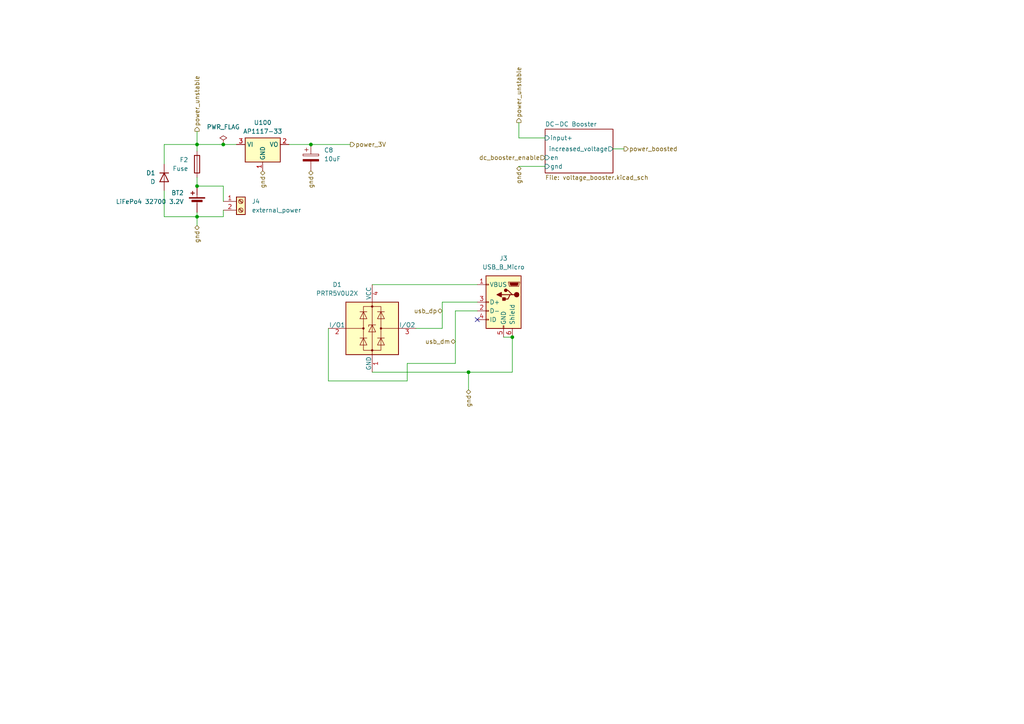
<source format=kicad_sch>
(kicad_sch (version 20230121) (generator eeschema)
  (paper "A4")
  (lib_symbols
    (symbol "Connector:Screw_Terminal_01x02" (pin_names (offset 1.016) hide)
      (property "Reference" "J" (at 0 2.54 0))
      (property "Value" "Screw_Terminal_01x02" (at 0 -5.08 0))
      (symbol "Screw_Terminal_01x02_1_1"
        (rectangle (start -1.27 1.27) (end 1.27 -3.81) (stroke (width 0.254)) (fill (type background)))
        (circle (center 0 -2.54) (radius 0.635) (stroke (width 0.1524)))
        (polyline (pts (xy -0.5334 -2.2098) (xy 0.3302 -3.048)) (stroke (width 0.1524)))
        (polyline (pts (xy -0.5334 0.3302) (xy 0.3302 -0.508)) (stroke (width 0.1524)))
        (polyline (pts (xy -0.3556 -2.032) (xy 0.508 -2.8702)) (stroke (width 0.1524)))
        (polyline (pts (xy -0.3556 0.508) (xy 0.508 -0.3302)) (stroke (width 0.1524)))
        (circle (center 0 0) (radius 0.635) (stroke (width 0.1524)))
        (pin passive line (at -5.08 0 0) (length 3.81) (name "Pin_1") (number "1"))
        (pin passive line (at -5.08 -2.54 0) (length 3.81) (name "Pin_2") (number "2"))
      )
    )
    (symbol "Connector:USB_B_Micro" (pin_names (offset 1.016))
      (property "Reference" "J" (at -5.08 11.43 0))
      (property "Value" "USB_B_Micro" (at -5.08 8.89 0))
      (symbol "USB_B_Micro_0_1"
        (rectangle (start -5.08 -7.62) (end 5.08 7.62) (stroke (width 0.254)) (fill (type background)))
        (circle (center -3.81 2.159) (radius 0.635) (stroke (width 0.254)) (fill (type outline)))
        (circle (center -0.635 3.429) (radius 0.381) (stroke (width 0.254)) (fill (type outline)))
        (rectangle (start -0.127 -7.62) (end 0.127 -6.858))
        (polyline (pts (xy -1.905 2.159) (xy 0.635 2.159)) (stroke (width 0.254)))
        (polyline (pts (xy -3.175 2.159) (xy -2.54 2.159) (xy -1.27 3.429) (xy -0.635 3.429)) (stroke (width 0.254)))
        (polyline (pts (xy -2.54 2.159) (xy -1.905 2.159) (xy -1.27 0.889) (xy 0 0.889)) (stroke (width 0.254)))
        (polyline (pts (xy 0.635 2.794) (xy 0.635 1.524) (xy 1.905 2.159) (xy 0.635 2.794)) (stroke (width 0.254)) (fill (type outline)))
        (polyline (pts (xy -4.318 5.588) (xy -1.778 5.588) (xy -2.032 4.826) (xy -4.064 4.826) (xy -4.318 5.588)) (fill (type outline)))
        (polyline (pts (xy -4.699 5.842) (xy -4.699 5.588) (xy -4.445 4.826) (xy -4.445 4.572) (xy -1.651 4.572) (xy -1.651 4.826) (xy -1.397 5.588) (xy -1.397 5.842) (xy -4.699 5.842)))
        (rectangle (start 0.254 1.27) (end -0.508 0.508) (stroke (width 0.254)) (fill (type outline)))
        (rectangle (start 5.08 -5.207) (end 4.318 -4.953))
        (rectangle (start 5.08 -2.667) (end 4.318 -2.413))
        (rectangle (start 5.08 -0.127) (end 4.318 0.127))
        (rectangle (start 5.08 4.953) (end 4.318 5.207))
      )
      (symbol "USB_B_Micro_1_1"
        (pin power_out line (at 7.62 5.08 180) (length 2.54) (name "VBUS") (number "1"))
        (pin bidirectional line (at 7.62 -2.54 180) (length 2.54) (name "D-") (number "2"))
        (pin bidirectional line (at 7.62 0 180) (length 2.54) (name "D+") (number "3"))
        (pin passive line (at 7.62 -5.08 180) (length 2.54) (name "ID") (number "4"))
        (pin power_out line (at 0 -10.16 90) (length 2.54) (name "GND") (number "5"))
        (pin passive line (at -2.54 -10.16 90) (length 2.54) (name "Shield") (number "6"))
      )
    )
    (symbol "Device:Battery_Cell" (pin_numbers hide) (pin_names (offset 0) hide)
      (property "Reference" "BT" (at 2.54 2.54 0))
      (property "Value" "Battery_Cell" (at 2.54 0 0))
      (symbol "Battery_Cell_0_1"
        (rectangle (start -2.286 1.778) (end 2.286 1.524) (fill (type outline)))
        (rectangle (start -1.524 1.016) (end 1.524 0.508) (fill (type outline)))
        (polyline (pts (xy 0 0.762) (xy 0 0)))
        (polyline (pts (xy 0 1.778) (xy 0 2.54)))
        (polyline (pts (xy 0.762 3.048) (xy 1.778 3.048)) (stroke (width 0.254)))
        (polyline (pts (xy 1.27 3.556) (xy 1.27 2.54)) (stroke (width 0.254)))
      )
      (symbol "Battery_Cell_1_1"
        (pin passive line (at 0 5.08 270) (length 2.54) (name "+") (number "1"))
        (pin passive line (at 0 -2.54 90) (length 2.54) (name "-") (number "2"))
      )
    )
    (symbol "Device:C_Polarized" (pin_numbers hide) (pin_names (offset 0.254))
      (property "Reference" "C" (at 0.635 2.54 0))
      (property "Value" "C_Polarized" (at 0.635 -2.54 0))
      (symbol "C_Polarized_0_1"
        (rectangle (start -2.286 0.508) (end 2.286 1.016))
        (polyline (pts (xy -1.778 2.286) (xy -0.762 2.286)))
        (polyline (pts (xy -1.27 2.794) (xy -1.27 1.778)))
        (rectangle (start 2.286 -0.508) (end -2.286 -1.016) (fill (type outline)))
      )
      (symbol "C_Polarized_1_1"
        (pin passive line (at 0 3.81 270) (length 2.794) (name "~") (number "1"))
        (pin passive line (at 0 -3.81 90) (length 2.794) (name "~") (number "2"))
      )
    )
    (symbol "Device:D" (pin_numbers hide) (pin_names (offset 1.016) hide)
      (property "Reference" "D" (at 0 2.54 0))
      (property "Value" "D" (at 0 -2.54 0))
      (symbol "D_0_1"
        (polyline (pts (xy -1.27 1.27) (xy -1.27 -1.27)) (stroke (width 0.254)))
        (polyline (pts (xy 1.27 0) (xy -1.27 0)))
        (polyline (pts (xy 1.27 1.27) (xy 1.27 -1.27) (xy -1.27 0) (xy 1.27 1.27)) (stroke (width 0.254)))
      )
      (symbol "D_1_1"
        (pin passive line (at -3.81 0 0) (length 2.54) (name "K") (number "1"))
        (pin passive line (at 3.81 0 180) (length 2.54) (name "A") (number "2"))
      )
    )
    (symbol "Device:Fuse" (pin_numbers hide) (pin_names (offset 0))
      (property "Reference" "F" (at 2.032 0 90))
      (property "Value" "Fuse" (at -1.905 0 90))
      (symbol "Fuse_0_1"
        (rectangle (start -0.762 -2.54) (end 0.762 2.54) (stroke (width 0.254)))
        (polyline (pts (xy 0 2.54) (xy 0 -2.54)))
      )
      (symbol "Fuse_1_1"
        (pin passive line (at 0 3.81 270) (length 1.27) (name "~") (number "1"))
        (pin passive line (at 0 -3.81 90) (length 1.27) (name "~") (number "2"))
      )
    )
    (symbol "Power_Protection:PRTR5V0U2X" (pin_names (offset 0))
      (property "Reference" "D" (at 2.794 8.636 0))
      (property "Value" "PRTR5V0U2X" (at 8.128 -9.398 0))
      (symbol "PRTR5V0U2X_0_1"
        (rectangle (start -7.62 -7.62) (end 7.62 7.62) (stroke (width 0.254)) (fill (type background)))
        (circle (center -2.54 0) (radius 0.254) (fill (type outline)))
        (rectangle (start -2.54 6.35) (end 2.54 -6.35))
        (circle (center 0 -6.35) (radius 0.254) (fill (type outline)))
        (polyline (pts (xy -2.54 0) (xy -7.62 0)))
        (polyline (pts (xy -1.524 -2.794) (xy -3.556 -2.794)))
        (polyline (pts (xy -1.524 4.826) (xy -3.556 4.826)))
        (polyline (pts (xy 0 -7.62) (xy 0 7.62)))
        (polyline (pts (xy 1.524 -2.794) (xy 3.556 -2.794)))
        (polyline (pts (xy 1.524 4.826) (xy 3.556 4.826)))
        (polyline (pts (xy 2.54 0) (xy 7.62 0)))
        (polyline (pts (xy 1.016 1.016) (xy -1.016 1.016) (xy -1.016 0.508)))
        (polyline (pts (xy -3.556 -4.826) (xy -1.524 -4.826) (xy -2.54 -2.794) (xy -3.556 -4.826)))
        (polyline (pts (xy -3.556 2.794) (xy -1.524 2.794) (xy -2.54 4.826) (xy -3.556 2.794)))
        (polyline (pts (xy -1.016 -1.016) (xy 1.016 -1.016) (xy 0 1.016) (xy -1.016 -1.016)))
        (polyline (pts (xy 3.556 -4.826) (xy 1.524 -4.826) (xy 2.54 -2.794) (xy 3.556 -4.826)))
        (polyline (pts (xy 3.556 2.794) (xy 1.524 2.794) (xy 2.54 4.826) (xy 3.556 2.794)))
        (circle (center 0 6.35) (radius 0.254) (fill (type outline)))
        (circle (center 2.54 0) (radius 0.254) (fill (type outline)))
      )
      (symbol "PRTR5V0U2X_1_1"
        (pin passive line (at 0 -12.7 90) (length 5.08) (name "GND") (number "1"))
        (pin passive line (at -12.7 0 0) (length 5.08) (name "I/O1") (number "2"))
        (pin passive line (at 12.7 0 180) (length 5.08) (name "I/O2") (number "3"))
        (pin passive line (at 0 12.7 270) (length 5.08) (name "VCC") (number "4"))
      )
    )
    (symbol "Regulator_Linear:AP1117-33"
      (property "Reference" "U" (at -3.81 3.175 0))
      (property "Value" "AP1117-33" (at 0 3.175 0))
      (symbol "AP1117-33_0_1"
        (rectangle (start -5.08 -5.08) (end 5.08 1.905) (stroke (width 0.254)) (fill (type background)))
      )
      (symbol "AP1117-33_1_1"
        (pin power_in line (at 0 -7.62 90) (length 2.54) (name "GND") (number "1"))
        (pin power_out line (at 7.62 0 180) (length 2.54) (name "VO") (number "2"))
        (pin power_in line (at -7.62 0 0) (length 2.54) (name "VI") (number "3"))
      )
    )
    (symbol "power:PWR_FLAG" (power) (pin_numbers hide) (pin_names (offset 0) hide)
      (property "Value" "PWR_FLAG" (at 0 3.81 0))
      (symbol "PWR_FLAG_0_0"
        (pin power_out line (at 0 0 90) (length 0) (name "pwr") (number "1"))
      )
      (symbol "PWR_FLAG_0_1"
        (polyline (pts (xy 0 0) (xy 0 1.27) (xy -1.016 1.905) (xy 0 2.54) (xy 1.016 1.905) (xy 0 1.27)))
      )
    )
  )
  (junction (at 57.15 41.91))
  (junction (at 57.15 62.865))
  (junction (at 135.89 107.95))
  (junction (at 57.15 53.975))
  (junction (at 90.17 41.91))
  (junction (at 64.77 41.91))
  (junction (at 148.59 97.79))
  (no_connect (at 138.43 92.71))
  (wire (pts (xy 135.89 113.03) (xy 135.89 107.95)))
  (wire (pts (xy 57.15 65.405) (xy 57.15 62.865)))
  (wire (pts (xy 148.59 97.79) (xy 146.05 97.79)))
  (wire (pts (xy 57.15 62.865) (xy 64.77 62.865)))
  (wire (pts (xy 57.15 38.1) (xy 57.15 41.91)))
  (wire (pts (xy 90.17 41.91) (xy 101.6 41.91)))
  (wire (pts (xy 132.08 105.41) (xy 118.11 105.41)))
  (wire (pts (xy 118.11 105.41) (xy 118.11 110.49)))
  (wire (pts (xy 47.625 41.91) (xy 47.625 47.625)))
  (wire (pts (xy 64.77 41.91) (xy 68.58 41.91)))
  (wire (pts (xy 57.15 41.91) (xy 57.15 43.815)))
  (wire (pts (xy 150.495 48.26) (xy 158.115 48.26)))
  (wire (pts (xy 132.08 90.17) (xy 132.08 105.41)))
  (wire (pts (xy 107.95 107.95) (xy 135.89 107.95)))
  (wire (pts (xy 47.625 55.245) (xy 47.625 62.865)))
  (wire (pts (xy 83.82 41.91) (xy 90.17 41.91)))
  (wire (pts (xy 47.625 62.865) (xy 57.15 62.865)))
  (wire (pts (xy 95.25 110.49) (xy 95.25 95.25)))
  (wire (pts (xy 64.77 58.42) (xy 64.77 53.975)))
  (wire (pts (xy 148.59 107.95) (xy 148.59 97.79)))
  (wire (pts (xy 118.11 110.49) (xy 95.25 110.49)))
  (wire (pts (xy 138.43 87.63) (xy 128.27 87.63)))
  (wire (pts (xy 64.77 53.975) (xy 57.15 53.975)))
  (wire (pts (xy 138.43 90.17) (xy 132.08 90.17)))
  (wire (pts (xy 107.95 82.55) (xy 138.43 82.55)))
  (wire (pts (xy 47.625 41.91) (xy 57.15 41.91)))
  (wire (pts (xy 177.8 43.18) (xy 180.975 43.18)))
  (wire (pts (xy 128.27 95.25) (xy 120.65 95.25)))
  (wire (pts (xy 57.15 51.435) (xy 57.15 53.975)))
  (wire (pts (xy 64.77 62.865) (xy 64.77 60.96)))
  (wire (pts (xy 135.89 107.95) (xy 148.59 107.95)))
  (wire (pts (xy 128.27 87.63) (xy 128.27 95.25)))
  (wire (pts (xy 57.15 41.91) (xy 64.77 41.91)))
  (wire (pts (xy 57.15 62.865) (xy 57.15 61.595)))
  (wire (pts (xy 150.495 35.56) (xy 150.495 40.005)))
  (wire (pts (xy 150.495 40.005) (xy 158.115 40.005)))
  (hierarchical_label "usb_dp" (shape bidirectional) (at 128.27 90.17 180))
  (hierarchical_label "power_unstable" (shape output) (at 57.15 38.1 90))
  (hierarchical_label "power_3V" (shape output) (at 101.6 41.91 0))
  (hierarchical_label "dc_booster_enable" (shape input) (at 158.115 45.72 180))
  (hierarchical_label "power_boosted" (shape output) (at 180.975 43.18 0))
  (hierarchical_label "usb_dm" (shape bidirectional) (at 132.08 99.06 180))
  (hierarchical_label "gnd" (shape bidirectional) (at 135.89 113.03 270))
  (hierarchical_label "power_unstable" (shape output) (at 150.495 35.56 90))
  (hierarchical_label "gnd" (shape bidirectional) (at 57.15 65.405 270))
  (hierarchical_label "gnd" (shape bidirectional) (at 76.2 49.53 270))
  (hierarchical_label "gnd" (shape bidirectional) (at 150.495 48.26 270))
  (hierarchical_label "gnd" (shape bidirectional) (at 90.17 49.53 270))
  (symbol (lib_id "Device:Battery_Cell") (at 57.15 59.055 0) (mirror y) (unit 1)
    (property "Reference" "BT2" (at 53.34 55.9435 0) (effects (justify left)))
    (property "Value" "LiFePo4 32700 3.2V" (at 53.34 58.4835 0) (effects (justify left)))
  )
  (symbol (lib_id "Regulator_Linear:AP1117-33") (at 76.2 41.91 0) (unit 1)
    (property "Reference" "U100" (at 76.2 35.56 0))
    (property "Value" "AP1117-33" (at 76.2 38.1 0))
    (property "Footprint" "Package_TO_SOT_SMD:SOT-223-3_TabPin2" (effects hide))
    (property "Datasheet" "http://www.diodes.com/datasheets/AP1117.pdf" (effects hide))
    (instances (project "main" (path "" (reference "U100") (unit 1)) (path "" (reference "U9") (unit 1))))
  )
  (symbol (lib_id "Connector:USB_B_Micro") (at 146.05 87.63 0) (mirror y) (unit 1)
    (property "Reference" "J3" (at 146.05 74.93 0))
    (property "Value" "USB_B_Micro" (at 146.05 77.47 0))
  )
  (symbol (lib_id "Device:D") (at 47.625 51.435 90) (mirror x) (unit 1)
    (property "Reference" "D1" (at 45.085 50.165 90) (effects (justify left)))
    (property "Value" "D" (at 45.085 52.705 90) (effects (justify left)))
    (property "Sim.Device" "D" (effects hide))
    (property "Sim.Pins" "1=K 2=A" (effects hide))
  )
  (symbol (lib_id "Power_Protection:PRTR5V0U2X") (at 107.95 95.25 0) (unit 1)
    (property "Reference" "D1" (at 97.79 82.55 0))
    (property "Value" "PRTR5V0U2X" (at 97.79 85.09 0))
    (property "Footprint" "Package_TO_SOT_SMD:SOT-143" (effects hide))
    (property "Datasheet" "https://assets.nexperia.com/documents/data-sheet/PRTR5V0U2X.pdf" (effects hide))
    (instances (project "main" (path "" (reference "D1") (unit 1)) (path "" (reference "D3") (unit 1))))
  )
  (symbol (lib_id "Device:C_Polarized") (at 90.17 45.72 0) (unit 1)
    (property "Reference" "C8" (at 93.98 43.561 0) (effects (justify left)))
    (property "Value" "10uF" (at 93.98 46.101 0) (effects (justify left)))
  )
  (symbol (lib_id "Connector:Screw_Terminal_01x02") (at 69.85 58.42 0) (unit 1)
    (property "Reference" "J4" (at 73.025 58.42 0) (effects (justify left)))
    (property "Value" "external_power" (at 73.025 60.96 0) (effects (justify left)))
  )
  (symbol (lib_id "Device:Fuse") (at 57.15 47.625 0) (mirror y) (unit 1)
    (property "Reference" "F2" (at 54.61 46.355 0) (effects (justify left)))
    (property "Value" "Fuse" (at 54.61 48.895 0) (effects (justify left)))
    (instances (project "main" (path "" (reference "F2") (unit 1)) (path "" (reference "F1") (unit 1))))
  )
  (symbol (lib_id "power:PWR_FLAG") (at 64.77 41.91 0) (unit 1)
    (property "Reference" "#FLG02" (effects hide))
    (property "Value" "PWR_FLAG" (at 64.77 36.83 0))
  )
  (sheet (at 158.115 37.465) (size 19.685 12.7) (stroke (width 0.1524))
    (property "Sheetname" "DC-DC Booster" (at 158.115 36.7534 0) (effects (justify left bottom)))
    (property "Sheetfile" "voltage_booster.kicad_sch" (at 158.115 50.7496 0) (effects (justify left top)))
    (pin "gnd" input (at 158.115 48.26 180))
    (pin "increased_voltage" output (at 177.8 43.18 0))
    (pin "input+" input (at 158.115 40.005 180))
    (pin "en" input (at 158.115 45.72 180))
  )
)
</source>
